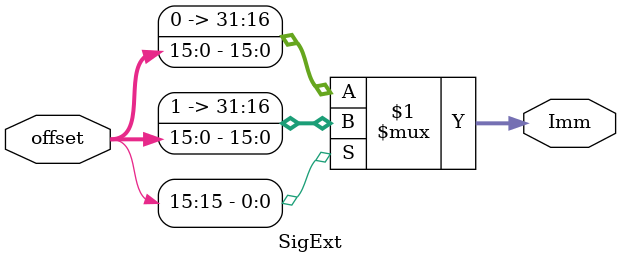
<source format=v>
`timescale 1ns / 1ps

module SigExt(
    input [15:0] offset,
    output [31:0] Imm
    );
    assign Imm = offset[15] ? {16'hffff, offset} : {16'h0000, offset};
endmodule

</source>
